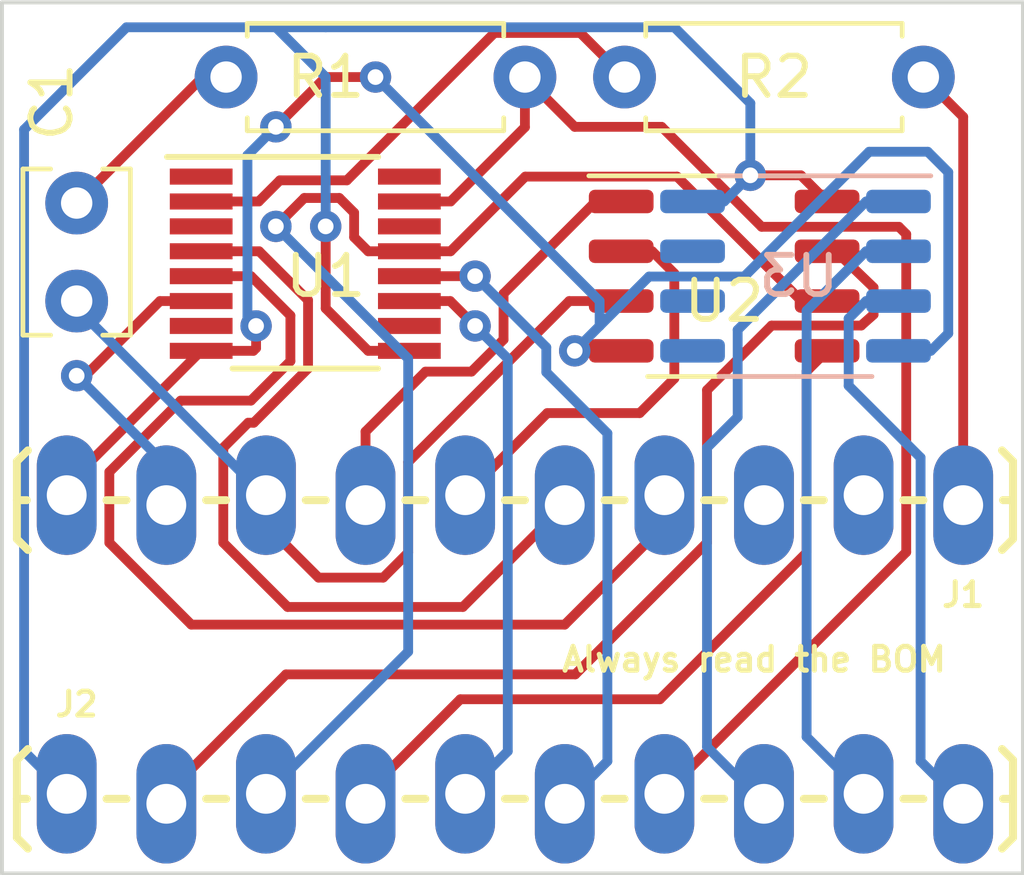
<source format=kicad_pcb>
(kicad_pcb (version 20200628) (host pcbnew "5.99.0-unknown-1463dd1~101~ubuntu18.04.1")

  (general
    (thickness 1.6)
    (drawings 4)
    (tracks 177)
    (modules 8)
    (nets 23)
  )

  (paper "A4")
  (layers
    (0 "F.Cu" signal)
    (31 "B.Cu" signal)
    (32 "B.Adhes" user)
    (33 "F.Adhes" user)
    (34 "B.Paste" user)
    (35 "F.Paste" user)
    (36 "B.SilkS" user)
    (37 "F.SilkS" user)
    (38 "B.Mask" user)
    (39 "F.Mask" user)
    (40 "Dwgs.User" user)
    (41 "Cmts.User" user)
    (42 "Eco1.User" user)
    (43 "Eco2.User" user)
    (44 "Edge.Cuts" user)
    (45 "Margin" user)
    (46 "B.CrtYd" user)
    (47 "F.CrtYd" user)
    (48 "B.Fab" user)
    (49 "F.Fab" user)
  )

  (setup
    (stackup
      (layer "F.SilkS" (type "Top Silk Screen"))
      (layer "F.Paste" (type "Top Solder Paste"))
      (layer "F.Mask" (type "Top Solder Mask") (color "Green") (thickness 0.01))
      (layer "F.Cu" (type "copper") (thickness 0.035))
      (layer "dielectric 1" (type "core") (thickness 1.51) (material "FR4") (epsilon_r 4.5) (loss_tangent 0.02))
      (layer "B.Cu" (type "copper") (thickness 0.035))
      (layer "B.Mask" (type "Bottom Solder Mask") (color "Green") (thickness 0.01))
      (layer "B.Paste" (type "Bottom Solder Paste"))
      (layer "B.SilkS" (type "Bottom Silk Screen"))
      (copper_finish "None")
      (dielectric_constraints no)
    )
    (pcbplotparams
      (layerselection 0x010f0_ffffffff)
      (usegerberextensions true)
      (usegerberattributes true)
      (usegerberadvancedattributes true)
      (creategerberjobfile true)
      (svguseinch false)
      (svgprecision 6)
      (excludeedgelayer true)
      (linewidth 0.100000)
      (plotframeref false)
      (viasonmask false)
      (mode 1)
      (useauxorigin false)
      (hpglpennumber 1)
      (hpglpenspeed 20)
      (hpglpendiameter 15.000000)
      (psnegative false)
      (psa4output false)
      (plotreference true)
      (plotvalue true)
      (plotinvisibletext false)
      (sketchpadsonfab false)
      (subtractmaskfromsilk false)
      (outputformat 1)
      (mirror false)
      (drillshape 0)
      (scaleselection 1)
      (outputdirectory "gerbers/")
    )
  )

  (net 0 "")
  (net 1 "Net-(C1-Pad2)")
  (net 2 "Net-(C1-Pad1)")
  (net 3 "Net-(J1-Pad9)")
  (net 4 "Net-(J1-Pad7)")
  (net 5 "Net-(J1-Pad6)")
  (net 6 "Net-(J1-Pad3)")
  (net 7 "Net-(J1-Pad2)")
  (net 8 "Net-(J1-Pad1)")
  (net 9 "Net-(J2-Pad9)")
  (net 10 "Net-(J2-Pad8)")
  (net 11 "Net-(J2-Pad4)")
  (net 12 "Net-(J2-Pad2)")
  (net 13 "/RMSCT")
  (net 14 "/RMSOUT")
  (net 15 "/VCAIN")
  (net 16 "/VCAOUT")
  (net 17 "/RMSIN")
  (net 18 "/VEE")
  (net 19 "/VCC")
  (net 20 "/OA3GND")
  (net 21 "/VCAEC-")
  (net 22 "/VCAEC+")

  (module "Resistor_THT:R_Axial_DIN0207_L6.3mm_D2.5mm_P7.62mm_Horizontal" (layer "F.Cu") (tedit 5AE5139B) (tstamp 88b4c77f-4b27-49d3-aa57-eb345315bf2e)
    (at 165.1 64.77 180)
    (descr "Resistor, Axial_DIN0207 series, Axial, Horizontal, pin pitch=7.62mm, 0.25W = 1/4W, length*diameter=6.3*2.5mm^2, http://cdn-reichelt.de/documents/datenblatt/B400/1_4W%23YAG.pdf")
    (tags "Resistor Axial_DIN0207 series Axial Horizontal pin pitch 7.62mm 0.25W = 1/4W length 6.3mm diameter 2.5mm")
    (path "/a2f851ce-c14a-48f3-96be-99b829af81ef")
    (fp_text reference "R2" (at 3.81 0) (layer "F.SilkS")
      (effects (font (size 1 1) (thickness 0.15)))
    )
    (fp_text value "6k2" (at 5.08 0) (layer "F.Fab")
      (effects (font (size 1 1) (thickness 0.15)))
    )
    (fp_text user "${REFERENCE}" (at 2.54 0 270) (layer "F.Fab")
      (effects (font (size 1 1) (thickness 0.15)))
    )
    (fp_line (start 8.67 -1.5) (end -1.05 -1.5) (layer "F.CrtYd") (width 0.05))
    (fp_line (start 8.67 1.5) (end 8.67 -1.5) (layer "F.CrtYd") (width 0.05))
    (fp_line (start -1.05 1.5) (end 8.67 1.5) (layer "F.CrtYd") (width 0.05))
    (fp_line (start -1.05 -1.5) (end -1.05 1.5) (layer "F.CrtYd") (width 0.05))
    (fp_line (start 7.08 1.37) (end 7.08 1.04) (layer "F.SilkS") (width 0.12))
    (fp_line (start 0.54 1.37) (end 7.08 1.37) (layer "F.SilkS") (width 0.12))
    (fp_line (start 0.54 1.04) (end 0.54 1.37) (layer "F.SilkS") (width 0.12))
    (fp_line (start 7.08 -1.37) (end 7.08 -1.04) (layer "F.SilkS") (width 0.12))
    (fp_line (start 0.54 -1.37) (end 7.08 -1.37) (layer "F.SilkS") (width 0.12))
    (fp_line (start 0.54 -1.04) (end 0.54 -1.37) (layer "F.SilkS") (width 0.12))
    (fp_line (start 7.62 0) (end 6.96 0) (layer "F.Fab") (width 0.1))
    (fp_line (start 0 0) (end 0.66 0) (layer "F.Fab") (width 0.1))
    (fp_line (start 6.96 -1.25) (end 0.66 -1.25) (layer "F.Fab") (width 0.1))
    (fp_line (start 6.96 1.25) (end 6.96 -1.25) (layer "F.Fab") (width 0.1))
    (fp_line (start 0.66 1.25) (end 6.96 1.25) (layer "F.Fab") (width 0.1))
    (fp_line (start 0.66 -1.25) (end 0.66 1.25) (layer "F.Fab") (width 0.1))
    (pad "2" thru_hole oval (at 7.62 0 180) (size 1.6 1.6) (drill 0.8) (layers *.Cu *.Mask)
      (net 17 "/RMSIN") (tstamp 168d8b87-2204-4762-b661-995958243134))
    (pad "1" thru_hole circle (at 0 0 180) (size 1.6 1.6) (drill 0.8) (layers *.Cu *.Mask)
      (net 8 "Net-(J1-Pad1)") (tstamp c2492696-a5ff-4e49-b820-abb1d9d62127))
    (model "${KISYS3DMOD}/Resistor_THT.3dshapes/R_Axial_DIN0207_L6.3mm_D2.5mm_P10.16mm_Horizontal.wrl"
      (at (xyz 0 0 0))
      (scale (xyz 1 1 1))
      (rotate (xyz 0 0 0))
    )
  )

  (module "Resistor_THT:R_Axial_DIN0207_L6.3mm_D2.5mm_P7.62mm_Horizontal" (layer "F.Cu") (tedit 5AE5139B) (tstamp bf12372a-0af9-4c3e-9f59-b2c7c6d119d5)
    (at 154.94 64.77 180)
    (descr "Resistor, Axial_DIN0207 series, Axial, Horizontal, pin pitch=7.62mm, 0.25W = 1/4W, length*diameter=6.3*2.5mm^2, http://cdn-reichelt.de/documents/datenblatt/B400/1_4W%23YAG.pdf")
    (tags "Resistor Axial_DIN0207 series Axial Horizontal pin pitch 7.62mm 0.25W = 1/4W length 6.3mm diameter 2.5mm")
    (path "/6c4d1164-c239-481a-b078-c0111684b14d")
    (fp_text reference "R1" (at 5.08 0) (layer "F.SilkS")
      (effects (font (size 1 1) (thickness 0.15)))
    )
    (fp_text value "5k1" (at 4.445 0) (layer "F.Fab")
      (effects (font (size 1 1) (thickness 0.15)))
    )
    (fp_text user "${REFERENCE}" (at 1.905 0 270) (layer "F.Fab")
      (effects (font (size 1 1) (thickness 0.15)))
    )
    (fp_line (start 8.67 -1.5) (end -1.05 -1.5) (layer "F.CrtYd") (width 0.05))
    (fp_line (start 8.67 1.5) (end 8.67 -1.5) (layer "F.CrtYd") (width 0.05))
    (fp_line (start -1.05 1.5) (end 8.67 1.5) (layer "F.CrtYd") (width 0.05))
    (fp_line (start -1.05 -1.5) (end -1.05 1.5) (layer "F.CrtYd") (width 0.05))
    (fp_line (start 7.08 1.37) (end 7.08 1.04) (layer "F.SilkS") (width 0.12))
    (fp_line (start 0.54 1.37) (end 7.08 1.37) (layer "F.SilkS") (width 0.12))
    (fp_line (start 0.54 1.04) (end 0.54 1.37) (layer "F.SilkS") (width 0.12))
    (fp_line (start 7.08 -1.37) (end 7.08 -1.04) (layer "F.SilkS") (width 0.12))
    (fp_line (start 0.54 -1.37) (end 7.08 -1.37) (layer "F.SilkS") (width 0.12))
    (fp_line (start 0.54 -1.04) (end 0.54 -1.37) (layer "F.SilkS") (width 0.12))
    (fp_line (start 7.62 0) (end 6.96 0) (layer "F.Fab") (width 0.1))
    (fp_line (start 0 0) (end 0.66 0) (layer "F.Fab") (width 0.1))
    (fp_line (start 6.96 -1.25) (end 0.66 -1.25) (layer "F.Fab") (width 0.1))
    (fp_line (start 6.96 1.25) (end 6.96 -1.25) (layer "F.Fab") (width 0.1))
    (fp_line (start 0.66 1.25) (end 6.96 1.25) (layer "F.Fab") (width 0.1))
    (fp_line (start 0.66 -1.25) (end 0.66 1.25) (layer "F.Fab") (width 0.1))
    (pad "2" thru_hole oval (at 7.62 0 180) (size 1.6 1.6) (drill 0.8) (layers *.Cu *.Mask)
      (net 1 "Net-(C1-Pad2)") (tstamp 168d8b87-2204-4762-b661-995958243134))
    (pad "1" thru_hole circle (at 0 0 180) (size 1.6 1.6) (drill 0.8) (layers *.Cu *.Mask)
      (net 15 "/VCAIN") (tstamp c2492696-a5ff-4e49-b820-abb1d9d62127))
    (model "${KISYS3DMOD}/Resistor_THT.3dshapes/R_Axial_DIN0207_L6.3mm_D2.5mm_P10.16mm_Horizontal.wrl"
      (at (xyz 0 0 0))
      (scale (xyz 1 1 1))
      (rotate (xyz 0 0 0))
    )
  )

  (module "Package_SO:SOP-8_3.9x4.9mm_P1.27mm" (layer "B.Cu") (tedit 5D9F72B1) (tstamp 0684d800-10ed-4656-a70f-87da34b8a335)
    (at 161.84 69.85 180)
    (descr "SOP, 8 Pin (http://www.macronix.com/Lists/Datasheet/Attachments/7534/MX25R3235F,%20Wide%20Range,%2032Mb,%20v1.6.pdf#page=79), generated with kicad-footprint-generator ipc_gullwing_generator.py")
    (tags "SOP SO")
    (path "/685fdcc8-47ed-4695-983c-1d85a5827378")
    (attr smd)
    (fp_text reference "U3" (at -0.085 0) (layer "B.SilkS")
      (effects (font (size 1 1) (thickness 0.15)) (justify mirror))
    )
    (fp_text value "NJM8080" (at 0 -3.4) (layer "B.Fab")
      (effects (font (size 1 1) (thickness 0.15)) (justify mirror))
    )
    (fp_text user "${REFERENCE}" (at 0 0) (layer "B.Fab")
      (effects (font (size 0.98 0.98) (thickness 0.15)) (justify mirror))
    )
    (fp_line (start 3.7 2.7) (end -3.7 2.7) (layer "B.CrtYd") (width 0.05))
    (fp_line (start 3.7 -2.7) (end 3.7 2.7) (layer "B.CrtYd") (width 0.05))
    (fp_line (start -3.7 -2.7) (end 3.7 -2.7) (layer "B.CrtYd") (width 0.05))
    (fp_line (start -3.7 2.7) (end -3.7 -2.7) (layer "B.CrtYd") (width 0.05))
    (fp_line (start -1.95 1.475) (end -0.975 2.45) (layer "B.Fab") (width 0.1))
    (fp_line (start -1.95 -2.45) (end -1.95 1.475) (layer "B.Fab") (width 0.1))
    (fp_line (start 1.95 -2.45) (end -1.95 -2.45) (layer "B.Fab") (width 0.1))
    (fp_line (start 1.95 2.45) (end 1.95 -2.45) (layer "B.Fab") (width 0.1))
    (fp_line (start -0.975 2.45) (end 1.95 2.45) (layer "B.Fab") (width 0.1))
    (fp_line (start 0 2.56) (end -3.45 2.56) (layer "B.SilkS") (width 0.12))
    (fp_line (start 0 2.56) (end 1.95 2.56) (layer "B.SilkS") (width 0.12))
    (fp_line (start 0 -2.56) (end -1.95 -2.56) (layer "B.SilkS") (width 0.12))
    (fp_line (start 0 -2.56) (end 1.95 -2.56) (layer "B.SilkS") (width 0.12))
    (pad "8" smd roundrect (at 2.625 1.905 180) (size 1.65 0.6) (layers "B.Cu" "B.Paste" "B.Mask") (roundrect_rratio 0.25)
      (net 19 "/VCC") (pinfunction "V+") (tstamp 27efd18f-627a-46c1-b886-5bc019ccd785))
    (pad "7" smd roundrect (at 2.625 0.635 180) (size 1.65 0.6) (layers "B.Cu" "B.Paste" "B.Mask") (roundrect_rratio 0.25) (tstamp fc9ad4cd-b81f-48d3-98cf-80d62cc003b7))
    (pad "6" smd roundrect (at 2.625 -0.635 180) (size 1.65 0.6) (layers "B.Cu" "B.Paste" "B.Mask") (roundrect_rratio 0.25) (tstamp d3049cc9-60b7-4628-921f-1961ae8f9932))
    (pad "5" smd roundrect (at 2.625 -1.905 180) (size 1.65 0.6) (layers "B.Cu" "B.Paste" "B.Mask") (roundrect_rratio 0.25) (tstamp 89ed8564-bded-4828-a2c4-5fe51f068f5d))
    (pad "4" smd roundrect (at -2.625 -1.905 180) (size 1.65 0.6) (layers "B.Cu" "B.Paste" "B.Mask") (roundrect_rratio 0.25)
      (net 18 "/VEE") (pinfunction "V-") (tstamp f301bb8b-95a1-49d5-8ff8-d765bd89dbf2))
    (pad "3" smd roundrect (at -2.625 -0.635 180) (size 1.65 0.6) (layers "B.Cu" "B.Paste" "B.Mask") (roundrect_rratio 0.25)
      (net 20 "/OA3GND") (pinfunction "+") (tstamp b4c1a8de-a127-4d56-906d-407ba82d0ef7))
    (pad "2" smd roundrect (at -2.625 0.635 180) (size 1.65 0.6) (layers "B.Cu" "B.Paste" "B.Mask") (roundrect_rratio 0.25)
      (net 9 "Net-(J2-Pad9)") (pinfunction "-") (tstamp 93ae80e9-f608-43e3-8ee6-aca81992644b))
    (pad "1" smd roundrect (at -2.625 1.905 180) (size 1.65 0.6) (layers "B.Cu" "B.Paste" "B.Mask") (roundrect_rratio 0.25)
      (net 10 "Net-(J2-Pad8)") (tstamp 4f965613-ed99-43a4-b587-7e3660b22b4b))
    (model "${KISYS3DMOD}/Package_SO.3dshapes/SOP-8_3.9x4.9mm_P1.27mm.wrl"
      (at (xyz 0 0 0))
      (scale (xyz 1 1 1))
      (rotate (xyz 0 0 0))
    )
  )

  (module "Package_SO:SOP-8_3.9x4.9mm_P1.27mm" (layer "F.Cu") (tedit 5D9F72B1) (tstamp d3662562-2696-4d82-bfb6-768e1311ba03)
    (at 160.02 69.85)
    (descr "SOP, 8 Pin (http://www.macronix.com/Lists/Datasheet/Attachments/7534/MX25R3235F,%20Wide%20Range,%2032Mb,%20v1.6.pdf#page=79), generated with kicad-footprint-generator ipc_gullwing_generator.py")
    (tags "SOP SO")
    (path "/5e0f7a6c-f9c9-4d4c-814d-5447987b96ed")
    (attr smd)
    (fp_text reference "U2" (at 0 0.635) (layer "F.SilkS")
      (effects (font (size 1 1) (thickness 0.15)))
    )
    (fp_text value "NJM8080" (at 0 3.4) (layer "F.Fab")
      (effects (font (size 1 1) (thickness 0.15)))
    )
    (fp_text user "${REFERENCE}" (at 0 0) (layer "F.Fab")
      (effects (font (size 0.98 0.98) (thickness 0.15)))
    )
    (fp_line (start 3.7 -2.7) (end -3.7 -2.7) (layer "F.CrtYd") (width 0.05))
    (fp_line (start 3.7 2.7) (end 3.7 -2.7) (layer "F.CrtYd") (width 0.05))
    (fp_line (start -3.7 2.7) (end 3.7 2.7) (layer "F.CrtYd") (width 0.05))
    (fp_line (start -3.7 -2.7) (end -3.7 2.7) (layer "F.CrtYd") (width 0.05))
    (fp_line (start -1.95 -1.475) (end -0.975 -2.45) (layer "F.Fab") (width 0.1))
    (fp_line (start -1.95 2.45) (end -1.95 -1.475) (layer "F.Fab") (width 0.1))
    (fp_line (start 1.95 2.45) (end -1.95 2.45) (layer "F.Fab") (width 0.1))
    (fp_line (start 1.95 -2.45) (end 1.95 2.45) (layer "F.Fab") (width 0.1))
    (fp_line (start -0.975 -2.45) (end 1.95 -2.45) (layer "F.Fab") (width 0.1))
    (fp_line (start 0 -2.56) (end -3.45 -2.56) (layer "F.SilkS") (width 0.12))
    (fp_line (start 0 -2.56) (end 1.95 -2.56) (layer "F.SilkS") (width 0.12))
    (fp_line (start 0 2.56) (end -1.95 2.56) (layer "F.SilkS") (width 0.12))
    (fp_line (start 0 2.56) (end 1.95 2.56) (layer "F.SilkS") (width 0.12))
    (pad "8" smd roundrect (at 2.625 -1.905) (size 1.65 0.6) (layers "F.Cu" "F.Paste" "F.Mask") (roundrect_rratio 0.25)
      (net 19 "/VCC") (pinfunction "V+") (tstamp 27efd18f-627a-46c1-b886-5bc019ccd785))
    (pad "7" smd roundrect (at 2.625 -0.635) (size 1.65 0.6) (layers "F.Cu" "F.Paste" "F.Mask") (roundrect_rratio 0.25)
      (net 12 "Net-(J2-Pad2)") (tstamp fc9ad4cd-b81f-48d3-98cf-80d62cc003b7))
    (pad "6" smd roundrect (at 2.625 0.635) (size 1.65 0.6) (layers "F.Cu" "F.Paste" "F.Mask") (roundrect_rratio 0.25)
      (net 16 "/VCAOUT") (pinfunction "-") (tstamp d3049cc9-60b7-4628-921f-1961ae8f9932))
    (pad "5" smd roundrect (at 2.625 1.905) (size 1.65 0.6) (layers "F.Cu" "F.Paste" "F.Mask") (roundrect_rratio 0.25)
      (net 11 "Net-(J2-Pad4)") (pinfunction "+") (tstamp 89ed8564-bded-4828-a2c4-5fe51f068f5d))
    (pad "4" smd roundrect (at -2.625 1.905) (size 1.65 0.6) (layers "F.Cu" "F.Paste" "F.Mask") (roundrect_rratio 0.25)
      (net 18 "/VEE") (pinfunction "V-") (tstamp f301bb8b-95a1-49d5-8ff8-d765bd89dbf2))
    (pad "3" smd roundrect (at -2.625 0.635) (size 1.65 0.6) (layers "F.Cu" "F.Paste" "F.Mask") (roundrect_rratio 0.25)
      (net 2 "Net-(C1-Pad1)") (pinfunction "+") (tstamp b4c1a8de-a127-4d56-906d-407ba82d0ef7))
    (pad "2" smd roundrect (at -2.625 -0.635) (size 1.65 0.6) (layers "F.Cu" "F.Paste" "F.Mask") (roundrect_rratio 0.25)
      (net 5 "Net-(J1-Pad6)") (pinfunction "-") (tstamp 93ae80e9-f608-43e3-8ee6-aca81992644b))
    (pad "1" smd roundrect (at -2.625 -1.905) (size 1.65 0.6) (layers "F.Cu" "F.Paste" "F.Mask") (roundrect_rratio 0.25)
      (net 4 "Net-(J1-Pad7)") (tstamp 4f965613-ed99-43a4-b587-7e3660b22b4b))
    (model "${KISYS3DMOD}/Package_SO.3dshapes/SOP-8_3.9x4.9mm_P1.27mm.wrl"
      (at (xyz 0 0 0))
      (scale (xyz 1 1 1))
      (rotate (xyz 0 0 0))
    )
  )

  (module "Package_SO:QSOP-16_3.9x4.9mm_P0.635mm" (layer "F.Cu") (tedit 5A02F25C) (tstamp 62e9a4f6-78c2-4af2-88eb-11ce0d80e5f1)
    (at 149.3393 69.5325)
    (descr "16-Lead Plastic Shrink Small Outline Narrow Body (QR)-.150\" Body [QSOP] (see Microchip Packaging Specification 00000049BS.pdf)")
    (tags "SSOP 0.635")
    (path "/10b356aa-015f-4d21-9c4f-b93ee8dc4793")
    (attr smd)
    (fp_text reference "U1" (at 0.5207 0.3175) (layer "F.SilkS")
      (effects (font (size 1 1) (thickness 0.15)))
    )
    (fp_text value "THAT4305Q16-U" (at 0 3.5) (layer "F.Fab")
      (effects (font (size 1 1) (thickness 0.15)))
    )
    (fp_text user "${REFERENCE}" (at 0 0) (layer "F.Fab")
      (effects (font (size 0.7 0.7) (thickness 0.15)))
    )
    (fp_line (start -3.525 -2.725) (end 1.8586 -2.725) (layer "F.SilkS") (width 0.15))
    (fp_line (start -1.8543 2.675) (end 1.8543 2.675) (layer "F.SilkS") (width 0.15))
    (fp_line (start -3.7 2.8) (end 3.7 2.8) (layer "F.CrtYd") (width 0.05))
    (fp_line (start -3.7 -2.85) (end 3.7 -2.85) (layer "F.CrtYd") (width 0.05))
    (fp_line (start 3.7 -2.85) (end 3.7 2.8) (layer "F.CrtYd") (width 0.05))
    (fp_line (start -3.7 -2.85) (end -3.7 2.8) (layer "F.CrtYd") (width 0.05))
    (fp_line (start -1.95 -1.45) (end -0.95 -2.45) (layer "F.Fab") (width 0.15))
    (fp_line (start -1.95 2.45) (end -1.95 -1.45) (layer "F.Fab") (width 0.15))
    (fp_line (start 1.95 2.45) (end -1.95 2.45) (layer "F.Fab") (width 0.15))
    (fp_line (start 1.95 -2.45) (end 1.95 2.45) (layer "F.Fab") (width 0.15))
    (fp_line (start -0.95 -2.45) (end 1.95 -2.45) (layer "F.Fab") (width 0.15))
    (pad "16" smd rect (at 2.6543 -2.2225) (size 1.6 0.41) (layers "F.Cu" "F.Paste" "F.Mask") (tstamp b0711d52-6605-4178-b697-f53920e6115d))
    (pad "15" smd rect (at 2.6543 -1.5875) (size 1.6 0.41) (layers "F.Cu" "F.Paste" "F.Mask")
      (net 15 "/VCAIN") (pinfunction "VCA_IN") (tstamp 895ebad7-f883-4882-9c23-1a9dd4f17da9))
    (pad "14" smd rect (at 2.6543 -0.9525) (size 1.6 0.41) (layers "F.Cu" "F.Paste" "F.Mask") (tstamp 87c1d25d-afce-4262-afaf-7c1e1e066110))
    (pad "13" smd rect (at 2.6543 -0.3175) (size 1.6 0.41) (layers "F.Cu" "F.Paste" "F.Mask")
      (net 16 "/VCAOUT") (pinfunction "VCA_OUT") (tstamp a3c7e4e1-52f5-46d5-9264-fd4b01260b9c))
    (pad "12" smd rect (at 2.6543 0.3175) (size 1.6 0.41) (layers "F.Cu" "F.Paste" "F.Mask")
      (net 21 "/VCAEC-") (pinfunction "EC-") (tstamp c9360f4c-ab28-4452-94de-18f12f3b46ab))
    (pad "11" smd rect (at 2.6543 0.9525) (size 1.6 0.41) (layers "F.Cu" "F.Paste" "F.Mask")
      (net 22 "/VCAEC+") (pinfunction "EC+") (tstamp f7a10f8a-946e-4471-a353-817150d687ed))
    (pad "10" smd rect (at 2.6543 1.5875) (size 1.6 0.41) (layers "F.Cu" "F.Paste" "F.Mask") (tstamp 2dff69b9-4874-45c4-8557-fcd25c54bdab))
    (pad "9" smd rect (at 2.6543 2.2225) (size 1.6 0.41) (layers "F.Cu" "F.Paste" "F.Mask")
      (net 19 "/VCC") (pinfunction "V+") (tstamp bb2aa7ec-1ac5-4729-b917-754035eafc22))
    (pad "8" smd rect (at -2.6543 2.2225) (size 1.6 0.41) (layers "F.Cu" "F.Paste" "F.Mask")
      (net 18 "/VEE") (pinfunction "V-") (tstamp 7467e805-38c7-43ff-8d95-f352fcb99a73))
    (pad "7" smd rect (at -2.6543 1.5875) (size 1.6 0.41) (layers "F.Cu" "F.Paste" "F.Mask") (tstamp 74149972-2c55-48f2-9aa3-82e4a31c22ce))
    (pad "6" smd rect (at -2.6543 0.9525) (size 1.6 0.41) (layers "F.Cu" "F.Paste" "F.Mask")
      (net 3 "Net-(J1-Pad9)") (pinfunction "GND") (tstamp f7862f08-93fe-4ddc-b1dc-59ecbe72b582))
    (pad "5" smd rect (at -2.6543 0.3175) (size 1.6 0.41) (layers "F.Cu" "F.Paste" "F.Mask")
      (net 14 "/RMSOUT") (pinfunction "RMS_OUT") (tstamp 649d9f04-305b-4f6e-8077-c004867d7ae5))
    (pad "4" smd rect (at -2.6543 -0.3175) (size 1.6 0.41) (layers "F.Cu" "F.Paste" "F.Mask")
      (net 13 "/RMSCT") (pinfunction "CT") (tstamp bdd0a37d-b109-4ce6-80e6-21f5e588c441))
    (pad "3" smd rect (at -2.6543 -0.9525) (size 1.6 0.41) (layers "F.Cu" "F.Paste" "F.Mask") (tstamp 6dd8dc94-3c22-4206-942c-e2724c099e6d))
    (pad "2" smd rect (at -2.6543 -1.5875) (size 1.6 0.41) (layers "F.Cu" "F.Paste" "F.Mask")
      (net 17 "/RMSIN") (pinfunction "RMS_IN") (tstamp 83f9acc6-c3fd-4e55-86a0-9eccb2ee5a28))
    (pad "1" smd rect (at -2.6543 -2.2225) (size 1.6 0.41) (layers "F.Cu" "F.Paste" "F.Mask") (tstamp ed138667-948b-4d60-b833-f181dece9b78))
    (model "${KISYS3DMOD}/Package_SO.3dshapes/QSOP-16_3.9x4.9mm_P0.635mm.wrl"
      (at (xyz 0 0 0))
      (scale (xyz 1 1 1))
      (rotate (xyz 0 0 0))
    )
  )

  (module "Connectors:1X10_LOCK_LONGPADS" (layer "F.Cu") (tedit 5963D824) (tstamp c37220f2-1bce-444e-aaf8-71ad98313de2)
    (at 143.256 83.185)
    (descr "PLATED THROUGH HOLE -10 PIN LOCKING FOOTPRINT WITH LONG PADS")
    (tags "PLATED THROUGH HOLE -10 PIN LOCKING FOOTPRINT WITH LONG PADS")
    (path "/0cee1b5a-dd64-4bd4-be02-1d2abfb7e326")
    (attr virtual)
    (fp_text reference "J2" (at 0.254 -2.413) (layer "F.SilkS")
      (effects (font (size 0.6096 0.6096) (thickness 0.127)))
    )
    (fp_text value "Conn_01x10_Female" (at -3.048 0) (layer "Cmts.User") hide
      (effects (font (size 0.6096 0.6096) (thickness 0.127)))
    )
    (fp_line (start 24.13 0) (end 23.876 0) (layer "F.SilkS") (width 0.2032))
    (fp_line (start 24.13 -0.9906) (end 23.8506 -1.27) (layer "F.SilkS") (width 0.2032))
    (fp_line (start 24.13 0) (end 24.13 -0.9906) (layer "F.SilkS") (width 0.2032))
    (fp_line (start 24.13 0.9906) (end 23.8506 1.27) (layer "F.SilkS") (width 0.2032))
    (fp_line (start 24.13 0) (end 24.13 0.9906) (layer "F.SilkS") (width 0.2032))
    (fp_line (start 21.844 0) (end 21.336 0) (layer "F.SilkS") (width 0.2032))
    (fp_line (start 19.304 0) (end 18.796 0) (layer "F.SilkS") (width 0.2032))
    (fp_line (start 16.764 0) (end 16.256 0) (layer "F.SilkS") (width 0.2032))
    (fp_line (start 14.224 0) (end 13.716 0) (layer "F.SilkS") (width 0.2032))
    (fp_line (start -1.27 0.9906) (end -0.9906 1.27) (layer "F.SilkS") (width 0.2032))
    (fp_line (start -1.27 0) (end -1.27 0.9906) (layer "F.SilkS") (width 0.2032))
    (fp_line (start -1.27 -0.9906) (end -0.9906 -1.27) (layer "F.SilkS") (width 0.2032))
    (fp_line (start -1.27 0) (end -1.27 -0.9906) (layer "F.SilkS") (width 0.2032))
    (fp_line (start -1.27 0) (end -1.016 0) (layer "F.SilkS") (width 0.2032))
    (fp_line (start 11.684 0) (end 11.176 0) (layer "F.SilkS") (width 0.2032))
    (fp_line (start 9.144 0) (end 8.636 0) (layer "F.SilkS") (width 0.2032))
    (fp_line (start 6.604 0) (end 6.096 0) (layer "F.SilkS") (width 0.2032))
    (fp_line (start 4.064 0) (end 3.556 0) (layer "F.SilkS") (width 0.2032))
    (fp_line (start 1.524 0) (end 1.016 0) (layer "F.SilkS") (width 0.2032))
    (pad "10" thru_hole oval (at 22.86 0.127 180) (size 1.524 3.048) (drill 1.016) (layers *.Cu *.Mask)
      (net 20 "/OA3GND") (pinfunction "Pin_10") (solder_mask_margin 0.1016) (tstamp bedb1140-1f24-4a8c-952e-7ba633286a5b))
    (pad "9" thru_hole oval (at 20.32 -0.127 180) (size 1.524 3.048) (drill 1.016) (layers *.Cu *.Mask)
      (net 9 "Net-(J2-Pad9)") (pinfunction "Pin_9") (solder_mask_margin 0.1016) (tstamp f0456af3-4836-463c-a450-27e885b29615))
    (pad "8" thru_hole oval (at 17.78 0.127 180) (size 1.524 3.048) (drill 1.016) (layers *.Cu *.Mask)
      (net 10 "Net-(J2-Pad8)") (pinfunction "Pin_8") (solder_mask_margin 0.1016) (tstamp ac1c7977-3aad-4108-800f-191bf011d3ec))
    (pad "7" thru_hole oval (at 15.24 -0.127 180) (size 1.524 3.048) (drill 1.016) (layers *.Cu *.Mask)
      (net 15 "/VCAIN") (pinfunction "Pin_7") (solder_mask_margin 0.1016) (tstamp 8699be83-fedf-4827-8808-7c432fefc126))
    (pad "6" thru_hole oval (at 12.7 0.127 180) (size 1.524 3.048) (drill 1.016) (layers *.Cu *.Mask)
      (net 21 "/VCAEC-") (pinfunction "Pin_6") (solder_mask_margin 0.1016) (tstamp 4b63282d-4916-4f18-9b62-a65473ae3f0c))
    (pad "5" thru_hole oval (at 10.16 -0.127 180) (size 1.524 3.048) (drill 1.016) (layers *.Cu *.Mask)
      (net 22 "/VCAEC+") (pinfunction "Pin_5") (solder_mask_margin 0.1016) (tstamp 26a51275-dca1-4ff8-9e0c-6d8bbcb6d3b2))
    (pad "4" thru_hole oval (at 7.62 0.127 180) (size 1.524 3.048) (drill 1.016) (layers *.Cu *.Mask)
      (net 11 "Net-(J2-Pad4)") (pinfunction "Pin_4") (solder_mask_margin 0.1016) (tstamp 8595af92-f726-4dcd-91e8-c097669fcab7))
    (pad "3" thru_hole oval (at 5.08 -0.127 180) (size 1.524 3.048) (drill 1.016) (layers *.Cu *.Mask)
      (net 16 "/VCAOUT") (pinfunction "Pin_3") (solder_mask_margin 0.1016) (tstamp 7df5989a-3723-483f-a7a2-8bb6a2149b57))
    (pad "2" thru_hole oval (at 2.54 0.127 180) (size 1.524 3.048) (drill 1.016) (layers *.Cu *.Mask)
      (net 12 "Net-(J2-Pad2)") (pinfunction "Pin_2") (solder_mask_margin 0.1016) (tstamp b55b8249-50dd-4d18-99b3-519eadc2c5d2))
    (pad "1" thru_hole oval (at 0 -0.127 180) (size 1.524 3.048) (drill 1.016) (layers *.Cu *.Mask)
      (net 19 "/VCC") (pinfunction "Pin_1") (solder_mask_margin 0.1016) (tstamp 081ff469-7d48-4093-ae4e-475f0e106bbb))
  )

  (module "Connectors:1X10_LOCK_LONGPADS" (layer "F.Cu") (tedit 5963D824) (tstamp 0983bca4-a548-4685-96f4-e12a00b36db8)
    (at 166.116 75.565 180)
    (descr "PLATED THROUGH HOLE -10 PIN LOCKING FOOTPRINT WITH LONG PADS")
    (tags "PLATED THROUGH HOLE -10 PIN LOCKING FOOTPRINT WITH LONG PADS")
    (path "/33585cc5-4948-41e3-909d-b839ed96f1a6")
    (attr virtual)
    (fp_text reference "J1" (at 0 -2.413) (layer "F.SilkS")
      (effects (font (size 0.6096 0.6096) (thickness 0.127)))
    )
    (fp_text value "Always read the BOM" (at 5.334 -4.064) (layer "F.SilkS")
      (effects (font (size 0.6096 0.6096) (thickness 0.127)))
    )
    (fp_line (start 24.13 0) (end 23.876 0) (layer "F.SilkS") (width 0.2032))
    (fp_line (start 24.13 -0.9906) (end 23.8506 -1.27) (layer "F.SilkS") (width 0.2032))
    (fp_line (start 24.13 0) (end 24.13 -0.9906) (layer "F.SilkS") (width 0.2032))
    (fp_line (start 24.13 0.9906) (end 23.8506 1.27) (layer "F.SilkS") (width 0.2032))
    (fp_line (start 24.13 0) (end 24.13 0.9906) (layer "F.SilkS") (width 0.2032))
    (fp_line (start 21.844 0) (end 21.336 0) (layer "F.SilkS") (width 0.2032))
    (fp_line (start 19.304 0) (end 18.796 0) (layer "F.SilkS") (width 0.2032))
    (fp_line (start 16.764 0) (end 16.256 0) (layer "F.SilkS") (width 0.2032))
    (fp_line (start 14.224 0) (end 13.716 0) (layer "F.SilkS") (width 0.2032))
    (fp_line (start -1.27 0.9906) (end -0.9906 1.27) (layer "F.SilkS") (width 0.2032))
    (fp_line (start -1.27 0) (end -1.27 0.9906) (layer "F.SilkS") (width 0.2032))
    (fp_line (start -1.27 -0.9906) (end -0.9906 -1.27) (layer "F.SilkS") (width 0.2032))
    (fp_line (start -1.27 0) (end -1.27 -0.9906) (layer "F.SilkS") (width 0.2032))
    (fp_line (start -1.27 0) (end -1.016 0) (layer "F.SilkS") (width 0.2032))
    (fp_line (start 11.684 0) (end 11.176 0) (layer "F.SilkS") (width 0.2032))
    (fp_line (start 9.144 0) (end 8.636 0) (layer "F.SilkS") (width 0.2032))
    (fp_line (start 6.604 0) (end 6.096 0) (layer "F.SilkS") (width 0.2032))
    (fp_line (start 4.064 0) (end 3.556 0) (layer "F.SilkS") (width 0.2032))
    (fp_line (start 1.524 0) (end 1.016 0) (layer "F.SilkS") (width 0.2032))
    (pad "10" thru_hole oval (at 22.86 0.127) (size 1.524 3.048) (drill 1.016) (layers *.Cu *.Mask)
      (net 18 "/VEE") (pinfunction "Pin_10") (solder_mask_margin 0.1016) (tstamp bedb1140-1f24-4a8c-952e-7ba633286a5b))
    (pad "9" thru_hole oval (at 20.32 -0.127) (size 1.524 3.048) (drill 1.016) (layers *.Cu *.Mask)
      (net 3 "Net-(J1-Pad9)") (pinfunction "Pin_9") (solder_mask_margin 0.1016) (tstamp f0456af3-4836-463c-a450-27e885b29615))
    (pad "8" thru_hole oval (at 17.78 0.127) (size 1.524 3.048) (drill 1.016) (layers *.Cu *.Mask)
      (net 2 "Net-(C1-Pad1)") (pinfunction "Pin_8") (solder_mask_margin 0.1016) (tstamp ac1c7977-3aad-4108-800f-191bf011d3ec))
    (pad "7" thru_hole oval (at 15.24 -0.127) (size 1.524 3.048) (drill 1.016) (layers *.Cu *.Mask)
      (net 4 "Net-(J1-Pad7)") (pinfunction "Pin_7") (solder_mask_margin 0.1016) (tstamp 8699be83-fedf-4827-8808-7c432fefc126))
    (pad "6" thru_hole oval (at 12.7 0.127) (size 1.524 3.048) (drill 1.016) (layers *.Cu *.Mask)
      (net 5 "Net-(J1-Pad6)") (pinfunction "Pin_6") (solder_mask_margin 0.1016) (tstamp 4b63282d-4916-4f18-9b62-a65473ae3f0c))
    (pad "5" thru_hole oval (at 10.16 -0.127) (size 1.524 3.048) (drill 1.016) (layers *.Cu *.Mask)
      (net 13 "/RMSCT") (pinfunction "Pin_5") (solder_mask_margin 0.1016) (tstamp 26a51275-dca1-4ff8-9e0c-6d8bbcb6d3b2))
    (pad "4" thru_hole oval (at 7.62 0.127) (size 1.524 3.048) (drill 1.016) (layers *.Cu *.Mask)
      (net 14 "/RMSOUT") (pinfunction "Pin_4") (solder_mask_margin 0.1016) (tstamp 8595af92-f726-4dcd-91e8-c097669fcab7))
    (pad "3" thru_hole oval (at 5.08 -0.127) (size 1.524 3.048) (drill 1.016) (layers *.Cu *.Mask)
      (net 6 "Net-(J1-Pad3)") (pinfunction "Pin_3") (solder_mask_margin 0.1016) (tstamp 7df5989a-3723-483f-a7a2-8bb6a2149b57))
    (pad "2" thru_hole oval (at 2.54 0.127) (size 1.524 3.048) (drill 1.016) (layers *.Cu *.Mask)
      (net 7 "Net-(J1-Pad2)") (pinfunction "Pin_2") (solder_mask_margin 0.1016) (tstamp b55b8249-50dd-4d18-99b3-519eadc2c5d2))
    (pad "1" thru_hole oval (at 0 -0.127) (size 1.524 3.048) (drill 1.016) (layers *.Cu *.Mask)
      (net 8 "Net-(J1-Pad1)") (pinfunction "Pin_1") (solder_mask_margin 0.1016) (tstamp 081ff469-7d48-4093-ae4e-475f0e106bbb))
  )

  (module "Capacitor_THT:C_Rect_L4.0mm_W2.5mm_P2.50mm" (layer "F.Cu") (tedit 5AE50EF0) (tstamp d537ecc9-e721-4192-afc6-0f7cdf892989)
    (at 143.51 70.485 90)
    (descr "C, Rect series, Radial, pin pitch=2.50mm, , length*width=4*2.5mm^2, Capacitor")
    (tags "C Rect series Radial pin pitch 2.50mm  length 4mm width 2.5mm Capacitor")
    (path "/21794df8-0f78-4111-b1ec-6747e1a045f2")
    (fp_text reference "C1" (at 5.08 -0.635 90) (layer "F.SilkS")
      (effects (font (size 1 1) (thickness 0.15)))
    )
    (fp_text value "220p" (at 5.675 0.635 90) (layer "F.Fab")
      (effects (font (size 1 1) (thickness 0.15)))
    )
    (fp_line (start -0.75 -1.25) (end -0.75 1.25) (layer "F.Fab") (width 0.1))
    (fp_line (start -0.75 1.25) (end 3.25 1.25) (layer "F.Fab") (width 0.1))
    (fp_line (start 3.25 1.25) (end 3.25 -1.25) (layer "F.Fab") (width 0.1))
    (fp_line (start 3.25 -1.25) (end -0.75 -1.25) (layer "F.Fab") (width 0.1))
    (fp_line (start -0.87 -1.37) (end 3.37 -1.37) (layer "F.SilkS") (width 0.12))
    (fp_line (start -0.87 1.37) (end 3.37 1.37) (layer "F.SilkS") (width 0.12))
    (fp_line (start -0.87 -1.37) (end -0.87 -0.665) (layer "F.SilkS") (width 0.12))
    (fp_line (start -0.87 0.665) (end -0.87 1.37) (layer "F.SilkS") (width 0.12))
    (fp_line (start 3.37 -1.37) (end 3.37 -0.665) (layer "F.SilkS") (width 0.12))
    (fp_line (start 3.37 0.665) (end 3.37 1.37) (layer "F.SilkS") (width 0.12))
    (fp_line (start -1.05 -1.5) (end -1.05 1.5) (layer "F.CrtYd") (width 0.05))
    (fp_line (start -1.05 1.5) (end 3.55 1.5) (layer "F.CrtYd") (width 0.05))
    (fp_line (start 3.55 1.5) (end 3.55 -1.5) (layer "F.CrtYd") (width 0.05))
    (fp_line (start 3.55 -1.5) (end -1.05 -1.5) (layer "F.CrtYd") (width 0.05))
    (fp_text user "${REFERENCE}" (at 5.08 -0.635 90) (layer "F.Fab")
      (effects (font (size 0.8 0.8) (thickness 0.12)))
    )
    (pad "1" thru_hole circle (at 0 0 90) (size 1.6 1.6) (drill 0.8) (layers *.Cu *.Mask)
      (net 2 "Net-(C1-Pad1)") (tstamp 57854aee-92fc-4bff-90c7-a63fbf7b1610))
    (pad "2" thru_hole circle (at 2.5 0 90) (size 1.6 1.6) (drill 0.8) (layers *.Cu *.Mask)
      (net 1 "Net-(C1-Pad2)") (tstamp 114d340b-a605-40e3-8859-008f3240b99b))
    (model "${KISYS3DMOD}/Capacitor_THT.3dshapes/C_Rect_L4.0mm_W2.5mm_P2.50mm.wrl"
      (at (xyz 0 0 0))
      (scale (xyz 1 1 1))
      (rotate (xyz 0 0 0))
    )
  )

  (gr_line (start 141.605 85.09) (end 167.64 85.09) (layer "Edge.Cuts") (width 0.1) (tstamp 306a4221-a709-414d-9661-8ab1d922f37a))
  (gr_line (start 141.605 62.865) (end 141.605 85.09) (layer "Edge.Cuts") (width 0.1) (tstamp 0eb34574-c4bb-4977-98f2-9b6a07d5f16b))
  (gr_line (start 167.64 62.865) (end 141.605 62.865) (layer "Edge.Cuts") (width 0.1) (tstamp 7848f902-ddd7-479a-ac53-1117140a48d7))
  (gr_line (start 167.64 85.09) (end 167.64 62.865) (layer "Edge.Cuts") (width 0.1) (tstamp ba233984-247d-4846-ade9-ebf600c2e87a))

  (segment (start 163.64 70.485) (end 163.195 70.93) (width 0.25) (layer "B.Cu") (net 20) (tstamp b8a112b5-4a9c-4a42-91f9-589b4c287e90))
  (segment (start 163.195 72.645756) (end 165.02899 74.479746) (width 0.25) (layer "B.Cu") (net 20) (tstamp 3fa20813-7f72-4124-9838-25a8b7a553f5))
  (segment (start 164.465 70.485) (end 163.64 70.485) (width 0.25) (layer "B.Cu") (net 20) (tstamp af5de3da-befa-4dd4-8358-e85362824817))
  (segment (start 163.195 70.93) (end 163.195 72.645756) (width 0.25) (layer "B.Cu") (net 20) (tstamp 1857766a-6675-431f-9e59-a2befea4e757))
  (segment (start 165.02899 74.479746) (end 165.02899 82.22499) (width 0.25) (layer "B.Cu") (net 20) (tstamp 1563b12c-4102-40e9-b1aa-c817712125b7))
  (segment (start 165.02899 82.22499) (end 166.116 83.312) (width 0.25) (layer "B.Cu") (net 20) (tstamp e8d5a1f9-e6a6-4c5b-921a-bc5be6bd45af))
  (segment (start 157.04301 82.22499) (end 157.04301 73.85801) (width 0.25) (layer "B.Cu") (net 21) (tstamp 46ebf515-ad7a-4dcf-a294-29549d6b2f53))
  (segment (start 155.956 83.312) (end 157.04301 82.22499) (width 0.25) (layer "B.Cu") (net 21) (tstamp 53530baa-3c13-444c-82d5-328535c64625))
  (segment (start 155.484999 72.299999) (end 155.484999 71.664999) (width 0.25) (layer "B.Cu") (net 21) (tstamp fdc2addb-841e-44b1-8a31-b249ae815eac))
  (segment (start 155.484999 71.664999) (end 153.67 69.85) (width 0.25) (layer "B.Cu") (net 21) (tstamp 19d340ff-1ddb-43e4-b657-e35b2a79e841))
  (segment (start 157.04301 73.85801) (end 155.484999 72.299999) (width 0.25) (layer "B.Cu") (net 21) (tstamp 6871aa6a-1863-4d9c-b147-49826f4863e8))
  (segment (start 148.59 63.5) (end 149.86 64.77) (width 0.25) (layer "B.Cu") (net 19) (tstamp 12eb9187-b565-4d02-a398-ffbda335211b))
  (segment (start 149.86 64.77) (end 149.86 68.58) (width 0.25) (layer "B.Cu") (net 19) (tstamp 86036e97-f4b7-42c7-8218-f23d1fc8dbef))
  (segment (start 142.16899 81.97099) (end 142.16899 66.11101) (width 0.25) (layer "B.Cu") (net 19) (tstamp c7e91e06-e4ab-48bd-a87d-4dc0ecdf4e92))
  (segment (start 143.256 83.058) (end 142.16899 81.97099) (width 0.25) (layer "B.Cu") (net 19) (tstamp 9772be27-cdb1-4d1f-a68f-17bfd32ac025))
  (segment (start 142.16899 66.11101) (end 144.78 63.5) (width 0.25) (layer "B.Cu") (net 19) (tstamp 167d334f-7b7d-4a97-92e2-94cabf462590))
  (segment (start 144.78 63.5) (end 149.86 63.5) (width 0.25) (layer "B.Cu") (net 19) (tstamp 930841a7-ea96-467f-8b3f-10fa21990c7a))
  (segment (start 163.717478 66.675) (end 165.212522 66.675) (width 0.25) (layer "B.Cu") (net 18) (tstamp 5721a96e-6061-4698-954d-41fd5bf4f8ce))
  (segment (start 160.532488 69.85999) (end 163.717478 66.675) (width 0.25) (layer "B.Cu") (net 18) (tstamp 687c830a-6604-42bd-b3f1-60e351234a62))
  (segment (start 165.735 67.197478) (end 165.735 71.31) (width 0.25) (layer "B.Cu") (net 18) (tstamp 9474497c-43a0-4930-9fff-110b54239773))
  (segment (start 165.212522 66.675) (end 165.735 67.197478) (width 0.25) (layer "B.Cu") (net 18) (tstamp 54e80adb-1615-4cbb-bcb1-d3ee878d7058))
  (segment (start 165.735 71.31) (end 165.29 71.755) (width 0.25) (layer "B.Cu") (net 18) (tstamp 8992397c-ee8b-4d9e-97cc-a044e1835f44))
  (segment (start 165.29 71.755) (end 164.465 71.755) (width 0.25) (layer "B.Cu") (net 18) (tstamp 560fb802-a017-49a2-b97a-f9781945c8ad))
  (segment (start 156.845 71.12) (end 158.10501 69.85999) (width 0.25) (layer "B.Cu") (net 18) (tstamp 6bd34358-8119-4579-b022-37f24bb0cb42))
  (segment (start 158.10501 69.85999) (end 160.532488 69.85999) (width 0.25) (layer "B.Cu") (net 18) (tstamp 1848ce2b-303e-4edf-aaa7-7e1afc3ef61b))
  (segment (start 147.864999 66.765001) (end 147.864999 70.899997) (width 0.25) (layer "B.Cu") (net 18) (tstamp f8f83133-c88c-4f17-b2f4-1a6c02d63f62))
  (via (at 148.085002 71.12) (size 0.8) (drill 0.4) (layers "F.Cu" "B.Cu") (net 18) (tstamp ec0f9e61-70d4-4255-9287-565531cf6d0d))
  (segment (start 147.864999 70.899997) (end 148.085002 71.12) (width 0.25) (layer "B.Cu") (net 18) (tstamp f232407b-1db5-43f0-af9a-5e0985f407d7))
  (segment (start 148.59 66.04) (end 147.864999 66.765001) (width 0.25) (layer "B.Cu") (net 18) (tstamp 88a2eac7-16f4-4ab6-8227-50c46eb08e2a))
  (segment (start 148.085002 71.12) (end 148.085002 71.685685) (width 0.25) (layer "F.Cu") (net 18) (tstamp d81ca9d2-1c57-4738-94b4-51b5d70bad60))
  (segment (start 148.085002 71.685685) (end 148.015687 71.755) (width 0.25) (layer "F.Cu") (net 18) (tstamp b980006a-a04d-4bde-87d5-c64e6bb5773f))
  (segment (start 148.015687 71.755) (end 146.685 71.755) (width 0.25) (layer "F.Cu") (net 18) (tstamp f86ec8de-e170-4c56-9e8f-9e88a19faf66))
  (segment (start 144.34301 74.845726) (end 146.163736 73.025) (width 0.25) (layer "F.Cu") (net 14) (tstamp 6953c601-8605-4ebf-9aec-8739df2a493b))
  (segment (start 158.496 76.2) (end 155.956 78.74) (width 0.25) (layer "F.Cu") (net 14) (tstamp 5b29ca8c-761b-4560-b84a-46b0f32aafde))
  (segment (start 146.163736 73.025) (end 147.95359 73.025) (width 0.25) (layer "F.Cu") (net 14) (tstamp 8a656c83-fa51-4ba5-ad92-7ad963aef407))
  (segment (start 144.34301 76.650254) (end 144.34301 74.845726) (width 0.25) (layer "F.Cu") (net 14) (tstamp 340326f3-dcae-4ab7-a52b-f1c988ddefb8))
  (segment (start 146.432756 78.74) (end 144.34301 76.650254) (width 0.25) (layer "F.Cu") (net 14) (tstamp 25275f9c-b5e5-4974-8727-db4993b326ac))
  (segment (start 155.956 78.74) (end 146.432756 78.74) (width 0.25) (layer "F.Cu") (net 14) (tstamp 5299df3d-709a-4cda-bab6-a1d30c32b1ca))
  (segment (start 158.496 75.438) (end 158.496 76.2) (width 0.25) (layer "F.Cu") (net 14) (tstamp 7e244540-2771-4752-bc10-23c153634f15))
  (segment (start 147.95359 73.025) (end 148.95998 72.01861) (width 0.25) (layer "F.Cu") (net 14) (tstamp 8f0a16f5-43a2-43b4-9f37-d6ac69cf364f))
  (segment (start 148.95998 72.01861) (end 148.95998 70.85498) (width 0.25) (layer "F.Cu") (net 14) (tstamp cc0369bd-578f-4709-9cab-1a7805748c5e))
  (segment (start 148.95998 70.85498) (end 147.955 69.85) (width 0.25) (layer "F.Cu") (net 14) (tstamp ca10984b-74d3-4703-bfa9-80929fa510dd))
  (segment (start 147.955 69.85) (end 146.685 69.85) (width 0.25) (layer "F.Cu") (net 14) (tstamp d9b72e83-c854-4bb4-9da3-2ab752ef764c))
  (segment (start 147.24899 74.225746) (end 147.885746 73.58899) (width 0.25) (layer "F.Cu") (net 13) (tstamp 81dd038d-72f0-4ff4-b5d1-f2f7eebbd0b6))
  (segment (start 147.24899 76.650254) (end 147.24899 74.225746) (width 0.25) (layer "F.Cu") (net 13) (tstamp dacd0c6e-72b1-4fdb-a75c-1898836b26db))
  (segment (start 147.885746 73.58899) (end 148.02601 73.58899) (width 0.25) (layer "F.Cu") (net 13) (tstamp a4678185-e8e2-4968-9105-c11885176695))
  (segment (start 148.888726 78.28999) (end 147.24899 76.650254) (width 0.25) (layer "F.Cu") (net 13) (tstamp 75a1b5c8-1082-4567-b24d-b1399dd062b6))
  (segment (start 148.02601 73.58899) (end 149.40999 72.20501) (width 0.25) (layer "F.Cu") (net 13) (tstamp 7f8f35dc-4b18-48d8-accf-54b1079adbed))
  (segment (start 155.956 75.692) (end 153.35801 78.28999) (width 0.25) (layer "F.Cu") (net 13) (tstamp 084cd63d-ae39-44bd-95f7-5a00bc84c8ca))
  (segment (start 153.35801 78.28999) (end 148.888726 78.28999) (width 0.25) (layer "F.Cu") (net 13) (tstamp 57f24d69-266b-4210-8a70-e7541ec81370))
  (segment (start 149.40999 72.20501) (end 149.40999 70.46249) (width 0.25) (layer "F.Cu") (net 13) (tstamp d9a8e1ea-6444-4381-988a-bbf71ea64c4e))
  (segment (start 149.40999 70.46249) (end 148.1625 69.215) (width 0.25) (layer "F.Cu") (net 13) (tstamp d75f3718-31e4-4b09-a098-6df0abcc7dfa))
  (segment (start 148.1625 69.215) (end 146.685 69.215) (width 0.25) (layer "F.Cu") (net 13) (tstamp 64521d4d-66b4-45d2-9953-b7a7e793a468))
  (segment (start 156.845 71.12) (end 156.845 70.485) (width 0.25) (layer "B.Cu") (net 18) (tstamp 671a2dfd-dd51-4487-bfe2-c5544a1a3f18))
  (via (at 151.13 64.77) (size 0.8) (drill 0.4) (layers "F.Cu" "B.Cu") (net 18) (tstamp fb7751a8-1bd1-4660-a7e5-1068a3b5560b))
  (segment (start 156.845 70.485) (end 151.13 64.77) (width 0.25) (layer "B.Cu") (net 18) (tstamp 121ce940-5d4a-4e82-b7c0-b868127d5847))
  (via (at 148.59 66.04) (size 0.8) (drill 0.4) (layers "F.Cu" "B.Cu") (net 18) (tstamp 8ef9cc93-7592-4e93-9edf-c60d959a4a29))
  (segment (start 149.86 64.77) (end 148.59 66.04) (width 0.25) (layer "F.Cu") (net 18) (tstamp 5d16f47b-17d8-46e6-965b-ab8fc8376ada))
  (segment (start 156.21 71.755) (end 156.845 71.12) (width 0.25) (layer "B.Cu") (net 18) (tstamp 91cb3f99-cea6-4bee-b1f3-fa6259d7c1ad))
  (segment (start 151.13 64.77) (end 149.86 64.77) (width 0.25) (layer "F.Cu") (net 18) (tstamp 1e8bf3e8-26e5-4e9f-a231-9cf2f42c69e7))
  (segment (start 156.354999 63.644999) (end 154.160001 63.644999) (width 0.25) (layer "F.Cu") (net 17) (tstamp 459bbe42-8a00-4682-8044-edda93459733))
  (segment (start 157.48 64.77) (end 156.354999 63.644999) (width 0.25) (layer "F.Cu") (net 17) (tstamp 581a8af4-3b88-4b9d-9837-353f15b667bb))
  (segment (start 154.160001 63.644999) (end 150.400011 67.404989) (width 0.25) (layer "F.Cu") (net 17) (tstamp 2094f590-0567-49c8-b07c-6aa233937ad1))
  (segment (start 150.400011 67.404989) (end 148.692009 67.404989) (width 0.25) (layer "F.Cu") (net 17) (tstamp 3e5d8281-01e5-4ed1-af71-9e015abab71d))
  (segment (start 148.151998 67.945) (end 146.685 67.945) (width 0.25) (layer "F.Cu") (net 17) (tstamp b5e4bf75-4bb7-4d6e-a314-bf28ea60ceba))
  (segment (start 148.692009 67.404989) (end 148.151998 67.945) (width 0.25) (layer "F.Cu") (net 17) (tstamp e4374715-34e2-4ef8-b343-bbb848e5877b))
  (via (at 156.21 71.755) (size 0.8) (drill 0.4) (layers "F.Cu" "B.Cu") (net 18) (tstamp 62f29ea8-8e44-448b-8187-367eb8ef5abe))
  (segment (start 157.395 71.755) (end 156.21 71.755) (width 0.25) (layer "F.Cu") (net 18) (tstamp a4fa5f71-d723-48f6-8f6f-88abdb3e0af3))
  (segment (start 146.685 71.755) (end 143.256 75.184) (width 0.25) (layer "F.Cu") (net 18) (tstamp 033ad8f9-1c34-4393-8ffc-accf3914c90e))
  (segment (start 143.256 75.184) (end 143.256 75.438) (width 0.25) (layer "F.Cu") (net 18) (tstamp 69e31248-c94e-4a95-ab56-76bafddb0d12))
  (segment (start 159.58301 72.756968) (end 161.229968 71.11001) (width 0.25) (layer "F.Cu") (net 12) (tstamp 37bffad8-0e0e-4a09-a1b9-800e29eb4470))
  (segment (start 159.58301 76.650254) (end 159.58301 72.756968) (width 0.25) (layer "F.Cu") (net 12) (tstamp 264ce42a-d83f-4d1b-ac0f-5c45e71ffad5))
  (segment (start 156.223264 80.01) (end 159.58301 76.650254) (width 0.25) (layer "F.Cu") (net 12) (tstamp 0c2d9ec6-be34-4c4f-bf5f-92f97b0ca69e))
  (segment (start 148.848 80.01) (end 156.223264 80.01) (width 0.25) (layer "F.Cu") (net 12) (tstamp 63aff293-a91e-4e9f-b7c8-d05a1161a98b))
  (segment (start 145.796 83.312) (end 145.796 83.062) (width 0.25) (layer "F.Cu") (net 12) (tstamp a86721e5-cd37-47a0-bc54-8278c56cbab9))
  (segment (start 163.515034 71.11001) (end 163.83 70.830034) (width 0.25) (layer "F.Cu") (net 12) (tstamp c3aea2dc-35b1-4316-8cf6-3cdd8afb8083))
  (segment (start 163.83 70.139966) (end 162.870044 69.215) (width 0.25) (layer "F.Cu") (net 12) (tstamp 1ac7742f-1f49-4b10-9fbc-cb3c219ce491))
  (segment (start 145.796 83.062) (end 148.848 80.01) (width 0.25) (layer "F.Cu") (net 12) (tstamp c79f2e65-1138-428b-9c5f-af837b79cdd3))
  (segment (start 161.229968 71.11001) (end 163.515034 71.11001) (width 0.25) (layer "F.Cu") (net 12) (tstamp 8b9af04d-bc89-4bad-b7ac-5e5f57821737))
  (segment (start 163.83 70.830034) (end 163.83 70.139966) (width 0.25) (layer "F.Cu") (net 12) (tstamp 6d8b522b-906c-43bd-b969-249240cb266d))
  (segment (start 162.870044 69.215) (end 162.645 69.215) (width 0.25) (layer "F.Cu") (net 12) (tstamp 326b75ad-7c2d-4bda-8441-a8d89fc00d7f))
  (segment (start 161.995022 70.485) (end 158.820022 67.31) (width 0.25) (layer "F.Cu") (net 16) (tstamp eee4fb9e-a241-4627-89ba-ac51dd23ccc9))
  (segment (start 162.645 70.485) (end 161.995022 70.485) (width 0.25) (layer "F.Cu") (net 16) (tstamp 0e99bffe-f1a8-483f-9135-5bd5bfdeb85f))
  (segment (start 158.820022 67.31) (end 154.9486 67.31) (width 0.25) (layer "F.Cu") (net 16) (tstamp 99ee30f9-1747-4da4-b1d6-b90f90d34e08))
  (segment (start 154.9486 67.31) (end 153.0436 69.215) (width 0.25) (layer "F.Cu") (net 16) (tstamp f991ee5a-4072-4090-a248-4a909d03e3f2))
  (segment (start 153.0436 69.215) (end 151.9936 69.215) (width 0.25) (layer "F.Cu") (net 16) (tstamp 72cbd5c0-a271-417e-94ad-f159d626c1dd))
  (segment (start 155.510643 73.343357) (end 157.866665 73.343357) (width 0.25) (layer "F.Cu") (net 5) (tstamp d151fd9d-c186-497b-ae62-84f38f85a6dc))
  (segment (start 158.75 69.779978) (end 158.185022 69.215) (width 0.25) (layer "F.Cu") (net 5) (tstamp 5138c12e-1253-48be-ae10-442232777797))
  (segment (start 153.416 75.438) (end 155.510643 73.343357) (width 0.25) (layer "F.Cu") (net 5) (tstamp a9e6e1cd-f70f-4f0a-8efe-5e9d9d1062d5))
  (segment (start 157.866665 73.343357) (end 158.75 72.460022) (width 0.25) (layer "F.Cu") (net 5) (tstamp caec88ae-3592-4de4-85aa-e4a3fbb62683))
  (segment (start 158.75 72.460022) (end 158.75 69.779978) (width 0.25) (layer "F.Cu") (net 5) (tstamp d39e7a44-a7af-4019-8932-e3fb9ec1c531))
  (segment (start 158.185022 69.215) (end 157.395 69.215) (width 0.25) (layer "F.Cu") (net 5) (tstamp 3ac06954-177c-49c2-810d-249d9e86db28))
  (segment (start 158.425044 66.04) (end 156.21 66.04) (width 0.25) (layer "F.Cu") (net 15) (tstamp 66de27cb-0790-4dac-91f5-ed772ed957e6))
  (segment (start 160.975034 68.58999) (end 158.425044 66.04) (width 0.25) (layer "F.Cu") (net 15) (tstamp fac585fb-0819-45b1-b8b4-a443cae69223))
  (segment (start 164.66301 76.89099) (end 164.66301 68.77801) (width 0.25) (layer "F.Cu") (net 15) (tstamp 074873f4-625e-4e91-9730-2d7ddffb8f4e))
  (segment (start 164.66301 68.77801) (end 164.47499 68.58999) (width 0.25) (layer "F.Cu") (net 15) (tstamp 7b0a2602-15c3-4edb-aa8d-2a4804f60ebe))
  (segment (start 164.47499 68.58999) (end 160.975034 68.58999) (width 0.25) (layer "F.Cu") (net 15) (tstamp 3ac48d30-ab43-48f2-b475-aa5ffc0058b0))
  (segment (start 158.496 83.058) (end 164.66301 76.89099) (width 0.25) (layer "F.Cu") (net 15) (tstamp 80f02a42-b68b-4008-85ef-b02814f2235e))
  (segment (start 156.21 66.04) (end 154.94 64.77) (width 0.25) (layer "F.Cu") (net 15) (tstamp cf6c137e-0dcb-43d3-a60c-ec6c55256abe))
  (segment (start 148.336 75.438) (end 148.336 76.2) (width 0.25) (layer "F.Cu") (net 2) (tstamp 7725677f-d1cf-46eb-b23a-b63e814008ba))
  (segment (start 148.336 76.2) (end 149.67701 77.54101) (width 0.25) (layer "F.Cu") (net 2) (tstamp cb13b637-4d7e-4902-b7c6-b3daa7a00a76))
  (segment (start 151.96301 76.904254) (end 151.96301 74.591726) (width 0.25) (layer "F.Cu") (net 2) (tstamp 3ebbad04-519c-4d78-b1b7-5be9f4298182))
  (segment (start 149.67701 77.54101) (end 151.326254 77.54101) (width 0.25) (layer "F.Cu") (net 2) (tstamp 9465c960-99c3-496b-a49c-889adb56033c))
  (segment (start 151.326254 77.54101) (end 151.96301 76.904254) (width 0.25) (layer "F.Cu") (net 2) (tstamp d62f6772-a24f-4bf5-89e5-ab5079be4e4b))
  (segment (start 151.96301 74.591726) (end 156.069736 70.485) (width 0.25) (layer "F.Cu") (net 2) (tstamp 83c96781-9c56-46b6-9bfe-0d115ae0bc4e))
  (segment (start 156.069736 70.485) (end 157.395 70.485) (width 0.25) (layer "F.Cu") (net 2) (tstamp 28d1f538-1c1e-400b-9555-6c9eb739e53b))
  (segment (start 154.395001 70.296499) (end 156.7465 67.945) (width 0.25) (layer "F.Cu") (net 4) (tstamp 6d6447ea-ca0f-4486-9d05-e91052f54bac))
  (segment (start 153.578001 72.285001) (end 154.395001 71.468001) (width 0.25) (layer "F.Cu") (net 4) (tstamp 4cd3b1c6-cead-4769-a207-74b779645421))
  (segment (start 154.395001 71.468001) (end 154.395001 70.296499) (width 0.25) (layer "F.Cu") (net 4) (tstamp 9fddbeba-9bfc-47f3-9e8e-e7cad41f217a))
  (segment (start 152.406499 72.285001) (end 153.578001 72.285001) (width 0.25) (layer "F.Cu") (net 4) (tstamp 5ecd5d87-ffe1-42b6-854a-4624b36407ae))
  (segment (start 150.876 75.692) (end 150.876 73.815501) (width 0.25) (layer "F.Cu") (net 4) (tstamp 6beb99e8-0adc-4c8d-a2e1-e0706e4c3cb5))
  (segment (start 150.876 73.815501) (end 152.406499 72.285001) (width 0.25) (layer "F.Cu") (net 4) (tstamp 5b1a54b5-1b09-48fa-a18e-4bb331e714d6))
  (segment (start 156.7465 67.945) (end 157.395 67.945) (width 0.25) (layer "F.Cu") (net 4) (tstamp 4fec6639-839f-4e43-a721-1cca9806543c))
  (segment (start 151.96301 79.43099) (end 151.96301 71.95301) (width 0.25) (layer "B.Cu") (net 16) (tstamp 54e03b8f-e429-4c25-9997-651a4aba2623))
  (via (at 148.59 68.58) (size 0.8) (drill 0.4) (layers "F.Cu" "B.Cu") (net 16) (tstamp 4009129f-552f-41ea-9c52-845764c096b6))
  (segment (start 151.96301 71.95301) (end 148.59 68.58) (width 0.25) (layer "B.Cu") (net 16) (tstamp 8e8da473-a4a8-40cb-a94c-5272eea4f762))
  (segment (start 148.336 83.058) (end 151.96301 79.43099) (width 0.25) (layer "B.Cu") (net 16) (tstamp 969a5cd5-9609-441a-a96f-fff26bb2cdee))
  (segment (start 148.59 68.58) (end 149.315001 67.854999) (width 0.25) (layer "F.Cu") (net 16) (tstamp baec12e4-4534-4339-8469-4e9e4259132a))
  (segment (start 149.315001 67.854999) (end 150.208001 67.854999) (width 0.25) (layer "F.Cu") (net 16) (tstamp 9d6c2548-bdd5-45d5-a1fc-5cffbcc53cf5))
  (segment (start 150.208001 67.854999) (end 150.585001 68.231999) (width 0.25) (layer "F.Cu") (net 16) (tstamp a6998047-a3ee-4146-944b-3ba0d27d1e1e))
  (segment (start 150.585001 68.231999) (end 150.585001 68.856401) (width 0.25) (layer "F.Cu") (net 16) (tstamp f7528325-9885-4c5e-bbe9-72c62cd4b327))
  (segment (start 150.585001 68.856401) (end 150.9436 69.215) (width 0.25) (layer "F.Cu") (net 16) (tstamp 2b9214b5-cf07-493d-91fc-e7bb7ad1dcb2))
  (segment (start 150.9436 69.215) (end 151.9936 69.215) (width 0.25) (layer "F.Cu") (net 16) (tstamp fd3f8ac1-2623-49d7-a7f8-7691f4cefa99))
  (segment (start 149.86 70.6714) (end 150.9436 71.755) (width 0.25) (layer "F.Cu") (net 19) (tstamp 198579a4-7cad-46d6-84ca-e7e64f00970d))
  (via (at 149.86 68.58) (size 0.8) (drill 0.4) (layers "F.Cu" "B.Cu") (net 19) (tstamp 64781a90-8ce7-4fbb-b12f-cab1c0c57576))
  (segment (start 149.86 63.5) (end 158.75 63.5) (width 0.25) (layer "B.Cu") (net 19) (tstamp 73607b93-210c-4037-a4d1-d6c75f62a2cd))
  (segment (start 149.86 68.58) (end 149.86 70.6714) (width 0.25) (layer "F.Cu") (net 19) (tstamp f1db7b3c-7911-4310-b3d2-9692f42bc055))
  (segment (start 150.9436 71.755) (end 151.9936 71.755) (width 0.25) (layer "F.Cu") (net 19) (tstamp 63da27d8-71c3-4bc1-b433-a870c7c4494b))
  (segment (start 143.73 72.39) (end 143.51 72.39) (width 0.25) (layer "F.Cu") (net 3) (tstamp e9d2ed69-cc28-4155-845b-50cf37d5c9aa))
  (via (at 143.51 72.39) (size 0.8) (drill 0.4) (layers "F.Cu" "B.Cu") (net 3) (tstamp 62489728-23af-43ab-a8a4-40322e5ee4f2))
  (segment (start 146.685 70.485) (end 145.635 70.485) (width 0.25) (layer "F.Cu") (net 3) (tstamp 8e1c20ad-1fc9-4349-a643-269617858656))
  (segment (start 145.635 70.485) (end 143.73 72.39) (width 0.25) (layer "F.Cu") (net 3) (tstamp 30ce488c-a942-42e1-9b35-a9c7fbabbbe6))
  (segment (start 143.51 72.39) (end 145.796 74.676) (width 0.25) (layer "B.Cu") (net 3) (tstamp 075f2723-2c5e-4757-965a-25c946824871))
  (segment (start 145.796 74.676) (end 145.796 75.692) (width 0.25) (layer "B.Cu") (net 3) (tstamp 764dc56e-aff8-4e31-8b6d-a956bb6a57e2))
  (segment (start 154.50301 71.95301) (end 153.67 71.12) (width 0.25) (layer "B.Cu") (net 22) (tstamp 5a2b3b61-67af-4ed9-a34c-ce7a1f3bb75c))
  (segment (start 153.416 83.058) (end 154.50301 81.97099) (width 0.25) (layer "B.Cu") (net 22) (tstamp 1ac8c1b4-4b85-48da-ad8d-ce140dabf73d))
  (via (at 153.67 71.12) (size 0.8) (drill 0.4) (layers "F.Cu" "B.Cu") (net 22) (tstamp 3d37cac0-31f5-48b7-b9fa-1737ab004c15))
  (segment (start 153.035 70.485) (end 151.9936 70.485) (width 0.25) (layer "F.Cu") (net 22) (tstamp c4e015a1-bfac-4fa6-8428-410c86f63c7b))
  (segment (start 154.50301 81.97099) (end 154.50301 71.95301) (width 0.25) (layer "B.Cu") (net 22) (tstamp 1fb9c8aa-3705-4293-912c-1c0e6db024a0))
  (segment (start 153.67 71.12) (end 153.035 70.485) (width 0.25) (layer "F.Cu") (net 22) (tstamp 9e2785c7-c35a-4b29-98d5-52e71d6508a4))
  (via (at 153.67 69.85) (size 0.8) (drill 0.4) (layers "F.Cu" "B.Cu") (net 21) (tstamp 1ca4d99a-f4a3-4938-b784-1b2d8ea1175b))
  (segment (start 153.67 69.85) (end 151.9936 69.85) (width 0.25) (layer "F.Cu") (net 21) (tstamp f392bc01-0dd8-45ff-a145-fa9cb6f41dd7))
  (segment (start 151.9936 67.945) (end 153.0436 67.945) (width 0.25) (layer "F.Cu") (net 15) (tstamp 05545edb-93a9-4f47-a95d-a5fccc4a1096))
  (segment (start 153.0436 67.945) (end 154.94 66.0486) (width 0.25) (layer "F.Cu") (net 15) (tstamp 8cd25db4-52f3-4a36-8aa1-b78d2a0f731c))
  (segment (start 154.94 66.0486) (end 154.94 64.77) (width 0.25) (layer "F.Cu") (net 15) (tstamp 841ebe2e-4cbb-4134-ba3f-197fd4931f72))
  (segment (start 158.75 63.5) (end 160.687675 65.437675) (width 0.25) (layer "B.Cu") (net 19) (tstamp d71cbf83-5e09-4337-9888-7915dd3a539e))
  (segment (start 160.687675 65.437675) (end 160.687675 67.277325) (width 0.25) (layer "B.Cu") (net 19) (tstamp 7a0b6d84-37a8-4792-86f5-7a9fe2453a8c))
  (segment (start 143.51 70.485) (end 143.51 70.659696) (width 0.25) (layer "B.Cu") (net 2) (tstamp ec423152-e456-4015-9631-d6ba80bf6b12))
  (segment (start 148.288304 75.438) (end 148.336 75.438) (width 0.25) (layer "B.Cu") (net 2) (tstamp a6dface6-1305-4b54-9de0-51c169f859c4))
  (segment (start 143.51 70.659696) (end 148.288304 75.438) (width 0.25) (layer "B.Cu") (net 2) (tstamp 7a757656-1c82-4c3c-8b18-08d0c9f10268))
  (via (at 160.687675 67.277325) (size 0.8) (drill 0.4) (layers "F.Cu" "B.Cu") (net 19) (tstamp 813b6942-82f8-4c89-9f2f-7610e743a824))
  (segment (start 160.02 67.945) (end 160.687675 67.277325) (width 0.25) (layer "B.Cu") (net 19) (tstamp 1c7306e9-f783-488c-9b26-2388d5b7a196))
  (segment (start 159.215 67.945) (end 160.02 67.945) (width 0.25) (layer "B.Cu") (net 19) (tstamp 8cf439d0-df7f-49ae-9ce6-dea2db34cb8a))
  (segment (start 160.687675 67.277325) (end 161.977325 67.277325) (width 0.25) (layer "F.Cu") (net 19) (tstamp fdad500a-5a99-44bf-a2a1-b8ed47bc1ec1))
  (segment (start 161.977325 67.277325) (end 162.645 67.945) (width 0.25) (layer "F.Cu") (net 19) (tstamp 858e4c49-7782-480c-8e4b-f01228b890cf))
  (segment (start 143.51 70.485) (end 143.51 70.659696) (width 0.25) (layer "F.Cu") (net 2) (tstamp fb500358-1dd6-4741-9666-d3e5a322b3eb))
  (segment (start 148.288304 75.438) (end 148.336 75.438) (width 0.25) (layer "F.Cu") (net 2) (tstamp f4f8032c-519a-4da9-9ef4-bb58c1e1edf2))
  (segment (start 147.32 64.77) (end 146.725 64.77) (width 0.25) (layer "F.Cu") (net 1) (tstamp b0712f7e-cfcf-4108-bf06-3f67a570e65e))
  (segment (start 146.725 64.77) (end 143.51 67.985) (width 0.25) (layer "F.Cu") (net 1) (tstamp a0b8b7e6-3c07-45da-afd1-fd005a31261b))
  (segment (start 150.876 83.062) (end 153.293 80.645) (width 0.25) (layer "F.Cu") (net 11) (tstamp c5f67f94-b267-4fa8-ab08-ab5e0308a0a3))
  (segment (start 150.876 83.312) (end 150.876 83.062) (width 0.25) (layer "F.Cu") (net 11) (tstamp fcb0dd73-425e-4b5f-b3df-68bc6216779a))
  (segment (start 162.12301 72.27699) (end 162.645 71.755) (width 0.25) (layer "F.Cu") (net 11) (tstamp 8f5e2854-1b5a-4978-a1ea-892203b2c328))
  (segment (start 153.293 80.645) (end 158.382264 80.645) (width 0.25) (layer "F.Cu") (net 11) (tstamp 4c4cbbde-5b06-4f9c-ab0c-1dac9a7c55d4))
  (segment (start 162.12301 76.904254) (end 162.12301 72.27699) (width 0.25) (layer "F.Cu") (net 11) (tstamp fb0a220f-daf0-49bf-b649-8a318a23bc02))
  (segment (start 158.382264 80.645) (end 162.12301 76.904254) (width 0.25) (layer "F.Cu") (net 11) (tstamp 704114a9-81eb-43c7-a2f3-4946f3cdab68))
  (segment (start 164.465 69.215) (end 163.64 69.215) (width 0.25) (layer "B.Cu") (net 9) (tstamp 8dd18774-2f7c-4f70-a666-28ffbd2ec313))
  (segment (start 163.64 69.215) (end 162.12301 70.73199) (width 0.25) (layer "B.Cu") (net 9) (tstamp 760551e2-a24c-461c-adf5-07812d566074))
  (segment (start 162.12301 81.60501) (end 163.576 83.058) (width 0.25) (layer "B.Cu") (net 9) (tstamp 6358cd7a-e40a-4015-82fc-6899ed6fb331))
  (segment (start 162.12301 70.73199) (end 162.12301 81.60501) (width 0.25) (layer "B.Cu") (net 9) (tstamp c68022aa-3f8d-43d6-b1c0-67fb8e84e989))
  (segment (start 164.465 67.945) (end 163.64 67.945) (width 0.25) (layer "B.Cu") (net 10) (tstamp 35c96af9-74fa-4d35-9b4c-8f414845ebe5))
  (segment (start 160.36501 71.21999) (end 160.36501 73.443746) (width 0.25) (layer "B.Cu") (net 10) (tstamp 083f1dd1-1010-4dfb-a753-1b65f7dc93d6))
  (segment (start 160.36501 73.443746) (end 159.58301 74.225746) (width 0.25) (layer "B.Cu") (net 10) (tstamp 8c23bd09-27a2-4461-9389-b7a18b8dc5f4))
  (segment (start 163.64 67.945) (end 160.36501 71.21999) (width 0.25) (layer "B.Cu") (net 10) (tstamp 13e5bfca-111f-4d92-ad7c-669e004c68f5))
  (segment (start 159.58301 74.225746) (end 159.58301 81.85901) (width 0.25) (layer "B.Cu") (net 10) (tstamp 9fc37e22-a538-46e7-9f16-e280126f12dc))
  (segment (start 159.58301 81.85901) (end 161.036 83.312) (width 0.25) (layer "B.Cu") (net 10) (tstamp 70139478-cdca-4800-a7cd-16e1258171e1))
  (segment (start 166.116 75.692) (end 166.116 65.786) (width 0.25) (layer "F.Cu") (net 8) (tstamp 68652821-601f-449d-980d-ff0fd1b67a49))
  (segment (start 166.116 65.786) (end 165.1 64.77) (width 0.25) (layer "F.Cu") (net 8) (tstamp 649b0ada-9dd6-4f40-a8d4-d1a2bdaea359))

)

</source>
